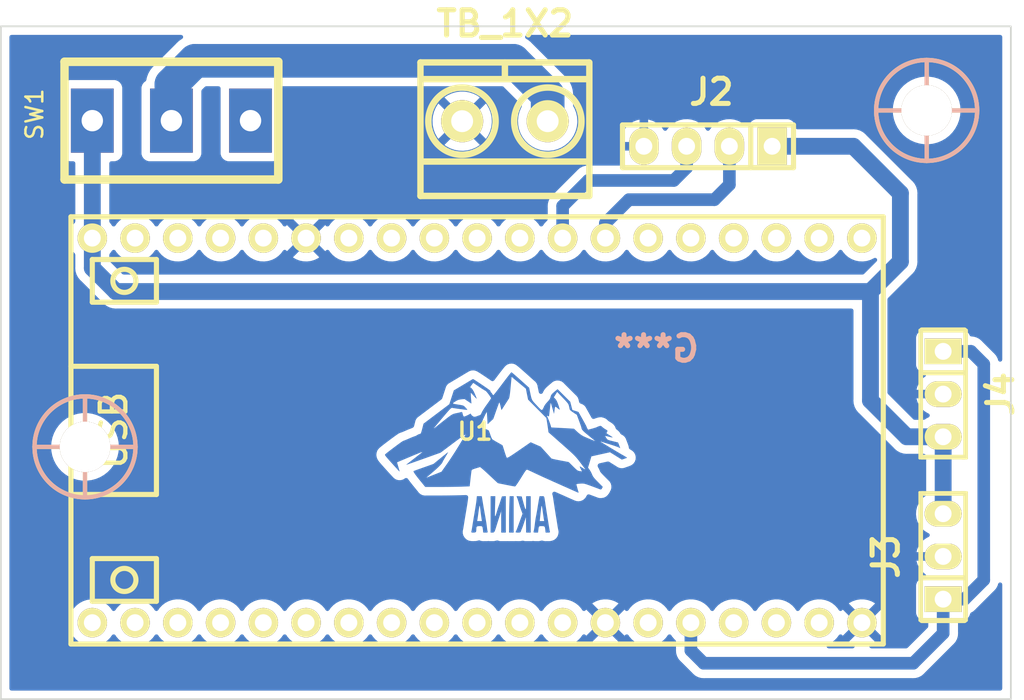
<source format=kicad_pcb>
(kicad_pcb (version 20211014) (generator pcbnew)
  (layers (0 "F.Cu" signal) (31 "B.Cu" signal) (34 "B.Paste" user) (35 "F.Paste" user) (36 "B.SilkS" user "B.Silkscreen") (37 "F.SilkS" user "F.Silkscreen") (38 "B.Mask" user) (39 "F.Mask" user) (44 "Edge.Cuts" user))
  (net 0 "")
  (net 1 "+BATT")
  (net 2 "GND")
  (net 3 "VCC")
  (net 4 "/TRIGGER")
  (net 5 "/ECHO")
  (net 6 "/pin_IR")
  (footprint "EESTN5:hole_3mm" (layer "F.Cu") (at 170 50)
    (fp_text reference "H2" hide)
    (fp_text value "Mounting_Hole" hide)
    (fp_line (start -3 0) (end 3 0) (layer "B.SilkS") (width 0.254))
    (fp_line (start 0 -3) (end 0 3) (layer "B.SilkS") (width 0.254))
    (fp_circle (center 0 0) (end 3 0) (layer "B.SilkS") (width 0.254) (fill none))
    (fp_line (start -3 0) (end 3 0) (layer "F.SilkS") (width 0.254))
    (fp_line (start 0 -3) (end 0 3) (layer "F.SilkS") (width 0.254))
    (fp_circle (center 0 0) (end 3 0) (layer "F.SilkS") (width 0.254) (fill none))
    (pad "1" thru_hole circle locked (at 0 0) (size 3 3) (drill 3) (layers *.Cu "F.SilkS"))
  )
  (footprint "EESTN5:SW_SPDT_TH_Vertical" (layer "F.Cu") (at 175.133 30.607 90)
    (fp_text reference "SW1" (at 0.381 -8.128 90) (layer "F.SilkS"))
    (fp_text value "SW_SPDT" hide)
    (fp_line (start -3.5 6.35) (end 3.5 6.35) (layer "F.SilkS") (width 0.508))
    (fp_line (start 3.5 -6.35) (end -3.5 -6.35) (layer "F.SilkS") (width 0.5))
    (fp_line (start 3.5 -6.35) (end 3.5 6.35) (layer "F.SilkS") (width 0.508))
    (fp_line (start -3.5 -6.35) (end -3.5 6.35) (layer "F.SilkS") (width 0.5))
    (pad "1" thru_hole rect locked (at 0 -4.7 90) (size 3.81 2.54) (drill 1.27) (layers *.Cu *.Mask) (net 3 "VCC"))
    (pad "2" thru_hole rect locked (at 0 0 90) (size 3.81 2.54) (drill 1.27) (layers *.Cu *.Mask) (net 1 "+BATT"))
    (pad "3" thru_hole rect locked (at 0 4.7 90) (size 3.81 2.54) (drill 1.27) (layers *.Cu *.Mask))
  )
  (footprint "EESTN5:BORNERA2_AZUL" (layer "F.Cu") (at 194.945 30.63875 180)
    (fp_text reference "J1" hide)
    (fp_text value "TB_1X2" (at 0 5.8) (layer "F.SilkS") (effects (font (size 1.5 1.5) (thickness 0.3))))
    (fp_line (start 0 2.54) (end 0 3.4845) (layer "F.SilkS") (width 0.381))
    (fp_line (start -5 -2.4) (end 5 -2.4) (layer "F.SilkS") (width 0.381))
    (fp_line (start -4.9835 3.4925) (end 5.0165 3.4925) (layer "F.SilkS") (width 0.381))
    (fp_line (start 5.0165 3.4925) (end 5.0165 -4.445) (layer "F.SilkS") (width 0.381))
    (fp_line (start -5.0165 -4.445) (end -5.0165 3.4925) (layer "F.SilkS") (width 0.381))
    (fp_line (start 5.0165 -4.445) (end -4.9835 -4.445) (layer "F.SilkS") (width 0.381))
    (fp_line (start -5 2.5) (end 5 2.5) (layer "F.SilkS") (width 0.381))
    (fp_circle (center 2.55 0) (end 0.55 0) (layer "F.SilkS") (width 0.381) (fill none))
    (fp_circle (center -2.55 0) (end -0.55 0) (layer "F.SilkS") (width 0.381) (fill none))
    (pad "1" thru_hole circle locked (at -2.54 0 180) (size 2.5 2.5) (drill 1.3) (layers *.Cu *.Mask "F.SilkS") (net 1 "+BATT"))
    (pad "2" thru_hole circle locked (at 2.54 0 180) (size 2.5 2.5) (drill 1.3) (layers *.Cu *.Mask "F.SilkS") (net 2 "GND"))
  )
  (footprint "EESTN5:pin_strip_4" (layer "F.Cu") (at 207.01 32.131 180)
    (fp_text reference "J2" (at -0.2032 3.2258) (layer "F.SilkS") (effects (font (size 1.5 1.5) (thickness 0.3))))
    (fp_text value "Conn_01x04" hide)
    (fp_line (start -5.08 -1.27) (end 5.08 -1.27) (layer "F.SilkS") (width 0.3048))
    (fp_line (start 5.08 1.27) (end -5.08 1.27) (layer "F.SilkS") (width 0.3048))
    (fp_line (start -2.54 -1.27) (end -2.54 1.27) (layer "F.SilkS") (width 0.3048))
    (fp_line (start 5.08 -1.27) (end 5.08 1.27) (layer "F.SilkS") (width 0.3048))
    (fp_line (start -5.08 1.27) (end -5.08 -1.27) (layer "F.SilkS") (width 0.3048))
    (pad "1" thru_hole rect locked (at -3.81 0 180) (size 1.75 2.2) (drill 1.00076) (layers *.Cu *.Mask "F.SilkS") (net 3 "VCC"))
    (pad "2" thru_hole oval locked (at -1.27 0 180) (size 1.75 2.2) (drill 1.00076) (layers *.Cu *.Mask "F.SilkS") (net 4 "/TRIGGER"))
    (pad "3" thru_hole oval locked (at 1.27 0 180) (size 1.75 2.2) (drill 1.00076) (layers *.Cu *.Mask "F.SilkS") (net 5 "/ECHO"))
    (pad "4" thru_hole oval locked (at 3.81 0 180) (size 1.75 2.2) (drill 1.00076) (layers *.Cu *.Mask "F.SilkS") (net 2 "GND"))
  )
  (footprint "EESTN5:Pin_Header_3" (layer "F.Cu") (at 220.98 46.863 -90)
    (fp_text reference "J4" (at 0 -3.4 90) (layer "F.SilkS") (effects (font (size 1.5 1.5) (thickness 0.3))))
    (fp_text value "Conn_01x03" hide)
    (fp_line (start 3.81 -1.27) (end 3.81 1.27) (layer "F.SilkS") (width 0.15))
    (fp_line (start 3.81 -1.27) (end -3.81 -1.27) (layer "F.SilkS") (width 0.15))
    (fp_line (start -1.27 -1.27) (end -1.27 1.27) (layer "F.SilkS") (width 0.3048))
    (fp_line (start 3.81 1.27) (end -3.81 1.27) (layer "F.SilkS") (width 0.15))
    (fp_line (start -3.81 -1.397) (end 3.81 -1.397) (layer "F.SilkS") (width 0.15))
    (fp_line (start 3.81 1.016) (end 3.81 1.397) (layer "F.SilkS") (width 0.15))
    (fp_line (start 3.81 1.397) (end -3.81 1.397) (layer "F.SilkS") (width 0.15))
    (fp_line (start 3.683 1.27) (end 3.683 -1.27) (layer "F.SilkS") (width 0.15))
    (fp_line (start -3.81 1.27) (end -3.81 -1.27) (layer "F.SilkS") (width 0.3048))
    (fp_line (start 3.81 -1.397) (end 3.81 -1.143) (layer "F.SilkS") (width 0.15))
    (pad "1" thru_hole rect locked (at -2.54 0 270) (size 1.524 2.19964) (drill 1.00076) (layers *.Cu *.Mask "F.SilkS") (net 6 "/pin_IR"))
    (pad "2" thru_hole oval locked (at 0 0 270) (size 1.524 2.19964) (drill 1.00076) (layers *.Cu *.Mask "F.SilkS") (net 2 "GND"))
    (pad "3" thru_hole oval locked (at 2.54 0 270) (size 1.524 2.19964) (drill 1.00076) (layers *.Cu *.Mask "F.SilkS") (net 3 "VCC"))
  )
  (footprint "EESTN5:hole_3mm" (layer "F.Cu") (at 220 30)
    (fp_text reference "H1" hide)
    (fp_text value "Mounting_Hole" hide)
    (fp_line (start 0 -3) (end 0 3) (layer "B.SilkS") (width 0.254))
    (fp_line (start -3 0) (end 3 0) (layer "B.SilkS") (width 0.254))
    (fp_circle (center 0 0) (end 3 0) (layer "B.SilkS") (width 0.254) (fill none))
    (fp_line (start 0 -3) (end 0 3) (layer "F.SilkS") (width 0.254))
    (fp_line (start -3 0) (end 3 0) (layer "F.SilkS") (width 0.254))
    (fp_circle (center 0 0) (end 3 0) (layer "F.SilkS") (width 0.254) (fill none))
    (pad "1" thru_hole circle locked (at 0 0) (size 3 3) (drill 3) (layers *.Cu "F.SilkS"))
  )
  (footprint "EESTN5:ESP32S" (layer "F.Cu") (at 193.294 49.022 180)
    (fp_text reference "U1" (at 0.127 -0.0635) (layer "F.SilkS") (effects (font (size 1.016 1.016) (thickness 0.2032))))
    (fp_text value "nodemcu_ESP32-s" hide)
    (fp_text user "USB" (at 21.59 0 90) (layer "F.SilkS") (effects (font (size 1.524 1.524) (thickness 0.254))))
    (fp_line (start 19.05 10.16) (end 19.05 7.62) (layer "F.SilkS") (width 0.3048))
    (fp_line (start 22.86 7.62) (end 22.86 10.16) (layer "F.SilkS") (width 0.3048))
    (fp_line (start 19.05 7.62) (end 22.86 7.62) (layer "F.SilkS") (width 0.3048))
    (fp_line (start 24.13 12.7) (end 24.13 -12.7) (layer "F.SilkS") (width 0.3048))
    (fp_line (start 22.86 -7.62) (end 22.86 -10.16) (layer "F.SilkS") (width 0.3048))
    (fp_line (start 19.05 -3.81) (end 19.05 3.81) (layer "F.SilkS") (width 0.3048))
    (fp_line (start -24.13 -12.7) (end -24.13 12.7) (layer "F.SilkS") (width 0.3048))
    (fp_line (start 19.05 3.81) (end 24.13 3.81) (layer "F.SilkS") (width 0.3048))
    (fp_line (start 22.86 10.16) (end 19.05 10.16) (layer "F.SilkS") (width 0.3048))
    (fp_line (start -24.13 -12.7) (end 24.13 -12.7) (layer "F.SilkS") (width 0.3048))
    (fp_line (start 19.05 -10.16) (end 19.05 -7.62) (layer "F.SilkS") (width 0.3048))
    (fp_line (start 19.05 -7.62) (end 22.86 -7.62) (layer "F.SilkS") (width 0.3048))
    (fp_line (start 22.86 -10.16) (end 19.05 -10.16) (layer "F.SilkS") (width 0.3048))
    (fp_line (start 24.13 -3.81) (end 19.05 -3.81) (layer "F.SilkS") (width 0.3048))
    (fp_line (start 24.13 12.7) (end -24.13 12.7) (layer "F.SilkS") (width 0.3048))
    (fp_circle (center 20.955 8.89) (end 21.5265 9.271) (layer "F.SilkS") (width 0.3048) (fill none))
    (fp_circle (center 20.955 -8.89) (end 21.5265 -8.509) (layer "F.SilkS") (width 0.3048) (fill none))
    (pad "1" thru_hole circle (at -22.86 11.43 180) (size 1.75 1.75) (drill 1) (layers *.Cu *.Mask "F.SilkS"))
    (pad "2" thru_hole circle (at -20.32 11.43 180) (size 1.75 1.75) (drill 1) (layers *.Cu *.Mask "F.SilkS"))
    (pad "3" thru_hole circle (at -17.78 11.43 180) (size 1.75 1.75) (drill 1) (layers *.Cu *.Mask "F.SilkS"))
    (pad "4" thru_hole circle (at -15.24 11.43 180) (size 1.75 1.75) (drill 1) (layers *.Cu *.Mask "F.SilkS"))
    (pad "5" thru_hole circle (at -12.7 11.43 180) (size 1.75 1.75) (drill 1) (layers *.Cu *.Mask "F.SilkS"))
    (pad "6" thru_hole circle (at -10.16 11.43 180) (size 1.75 1.75) (drill 1) (layers *.Cu *.Mask "F.SilkS"))
    (pad "7" thru_hole circle (at -7.62 11.43 180) (size 1.75 1.75) (drill 1) (layers *.Cu *.Mask "F.SilkS") (net 4 "/TRIGGER"))
    (pad "8" thru_hole circle (at -5.08 11.43 180) (size 1.75 1.75) (drill 1) (layers *.Cu *.Mask "F.SilkS") (net 5 "/ECHO"))
    (pad "9" thru_hole circle (at -2.54 11.43 180) (size 1.75 1.75) (drill 1) (layers *.Cu *.Mask "F.SilkS"))
    (pad "10" thru_hole circle (at 0 11.43 180) (size 1.75 1.75) (drill 1) (layers *.Cu *.Mask "F.SilkS"))
    (pad "11" thru_hole circle (at 2.54 11.43 180) (size 1.75 1.75) (drill 1) (layers *.Cu *.Mask "F.SilkS"))
    (pad "12" thru_hole circle (at 5.08 11.43 180) (size 1.75 1.75) (drill 1) (layers *.Cu *.Mask "F.SilkS"))
    (pad "13" thru_hole circle (at 7.62 11.43 180) (size 1.75 1.75) (drill 1) (layers *.Cu *.Mask "F.SilkS"))
    (pad "14" thru_hole circle (at 10.16 11.43 180) (size 1.75 1.75) (drill 1) (layers *.Cu *.Mask "F.SilkS") (net 2 "GND"))
    (pad "15" thru_hole circle (at 12.7 11.43 180) (size 1.75 1.75) (drill 1) (layers *.Cu *.Mask "F.SilkS"))
    (pad "16" thru_hole circle (at 15.24 11.43 180) (size 1.75 1.75) (drill 1) (layers *.Cu *.Mask "F.SilkS"))
    (pad "17" thru_hole circle (at 17.78 11.43 180) (size 1.75 1.75) (drill 1) (layers *.Cu *.Mask "F.SilkS"))
    (pad "18" thru_hole circle (at 20.32 11.43 180) (size 1.75 1.75) (drill 1) (layers *.Cu *.Mask "F.SilkS"))
    (pad "19" thru_hole circle (at 22.86 11.43 180) (size 1.75 1.75) (drill 1) (layers *.Cu *.Mask "F.SilkS") (net 3 "VCC"))
    (pad "20" thru_hole circle (at 22.86 -11.43) (size 1.75 1.75) (drill 1) (layers *.Cu *.Mask "F.SilkS"))
    (pad "21" thru_hole circle (at 20.32 -11.43) (size 1.75 1.75) (drill 1) (layers *.Cu *.Mask "F.SilkS"))
    (pad "22" thru_hole circle (at 17.78 -11.43) (size 1.75 1.75) (drill 1) (layers *.Cu *.Mask "F.SilkS"))
    (pad "23" thru_hole circle (at 15.24 -11.43) (size 1.75 1.75) (drill 1) (layers *.Cu *.Mask "F.SilkS"))
    (pad "24" thru_hole circle (at 12.7 -11.43) (size 1.75 1.75) (drill 1) (layers *.Cu *.Mask "F.SilkS"))
    (pad "25" thru_hole circle (at 10.16 -11.43) (size 1.75 1.75) (drill 1) (layers *.Cu *.Mask "F.SilkS"))
    (pad "26" thru_hole circle (at 7.62 -11.43) (size 1.75 1.75) (drill 1) (layers *.Cu *.Mask "F.SilkS"))
    (pad "27" thru_hole circle (at 5.08 -11.43) (size 1.75 1.75) (drill 1) (layers *.Cu *.Mask "F.SilkS"))
    (pad "28" thru_hole circle (at 2.54 -11.43) (size 1.75 1.75) (drill 1) (layers *.Cu *.Mask "F.SilkS"))
    (pad "29" thru_hole circle (at 0 -11.43) (size 1.75 1.75) (drill 1) (layers *.Cu *.Mask "F.SilkS"))
    (pad "30" thru_hole circle (at -2.54 -11.43) (size 1.75 1.75) (drill 1) (layers *.Cu *.Mask "F.SilkS"))
    (pad "31" thru_hole circle (at -5.08 -11.43) (size 1.75 1.75) (drill 1) (layers *.Cu *.Mask "F.SilkS"))
    (pad "32" thru_hole circle (at -7.62 -11.43) (size 1.75 1.75) (drill 1) (layers *.Cu *.Mask "F.SilkS") (net 2 "GND"))
    (pad "33" thru_hole circle (at -10.16 -11.43) (size 1.75 1.75) (drill 1) (layers *.Cu *.Mask "F.SilkS"))
    (pad "34" thru_hole circle (at -12.7 -11.43) (size 1.75 1.75) (drill 1) (layers *.Cu *.Mask "F.SilkS") (net 6 "/pin_IR"))
    (pad "35" thru_hole circle (at -15.24 -11.43) (size 1.75 1.75) (drill 1) (layers *.Cu *.Mask "F.SilkS"))
    (pad "36" thru_hole circle (at -17.78 -11.43) (size 1.75 1.75) (drill 1) (layers *.Cu *.Mask "F.SilkS"))
    (pad "37" thru_hole circle (at -20.32 -11.43) (size 1.75 1.75) (drill 1) (layers *.Cu *.Mask "F.SilkS"))
    (pad "38" thru_hole circle (at -22.86 -11.43) (size 1.75 1.75) (drill 1) (layers *.Cu *.Mask "F.SilkS") (net 2 "GND"))
  )
  (footprint "EESTN5:Pin_Header_3" (layer "F.Cu") (at 220.98 56.515 90)
    (fp_text reference "J3" (at 0 -3.4 90) (layer "F.SilkS") (effects (font (size 1.5 1.5) (thickness 0.3))))
    (fp_text value "Conn_01x03" hide)
    (fp_line (start -3.81 -1.397) (end 3.81 -1.397) (layer "F.SilkS") (width 0.15))
    (fp_line (start 3.81 1.016) (end 3.81 1.397) (layer "F.SilkS") (width 0.15))
    (fp_line (start 3.81 -1.27) (end -3.81 -1.27) (layer "F.SilkS") (width 0.15))
    (fp_line (start 3.81 -1.27) (end 3.81 1.27) (layer "F.SilkS") (width 0.15))
    (fp_line (start 3.81 1.397) (end -3.81 1.397) (layer "F.SilkS") (width 0.15))
    (fp_line (start 3.81 1.27) (end -3.81 1.27) (layer "F.SilkS") (width 0.15))
    (fp_line (start -3.81 1.27) (end -3.81 -1.27) (layer "F.SilkS") (width 0.3048))
    (fp_line (start -1.27 -1.27) (end -1.27 1.27) (layer "F.SilkS") (width 0.3048))
    (fp_line (start 3.81 -1.397) (end 3.81 -1.143) (layer "F.SilkS") (width 0.15))
    (fp_line (start 3.683 1.27) (end 3.683 -1.27) (layer "F.SilkS") (width 0.15))
    (pad "1" thru_hole rect locked (at -2.54 0 90) (size 1.524 2.19964) (drill 1.00076) (layers *.Cu *.Mask "F.SilkS") (net 6 "/pin_IR"))
    (pad "2" thru_hole oval locked (at 0 0 90) (size 1.524 2.19964) (drill 1.00076) (layers *.Cu *.Mask "F.SilkS") (net 2 "GND"))
    (pad "3" thru_hole oval locked (at 2.54 0 90) (size 1.524 2.19964) (drill 1.00076) (layers *.Cu *.Mask "F.SilkS") (net 3 "VCC"))
  )
  (footprint "akina:akina" (layer "B.Cu") (at 194.945 50.165 180)
    (fp_text reference "G***" (at -9 6) (layer "B.SilkS") (effects (font (size 1.524 1.524) (thickness 0.3)) (justify mirror)))
    (fp_text value "LOGO" hide)
    (fp_poly (pts (xy -0.744447 -2.909961) (xy -0.785443 -3.027602) (xy -0.824362 -3.156227) (xy -0.837502 -3.205825) (xy -0.865538 -3.304596) (xy -0.906094 -3.430329) (xy -0.951372 -3.559088) (xy -0.961027 -3.585007) (xy -1.047172 -3.813487) (xy -0.964371 -4.03711) (xy -0.917975 -4.163481) (xy -0.862175 -4.317038) (xy -0.805848 -4.473304) (xy -0.778965 -4.548436) (xy -0.735559 -4.666832) (xy -0.696786 -4.766571) (xy -0.667332 -4.83596) (xy -0.653282 -4.862168) (xy -0.632078 -4.898951) (xy -0.65198 -4.920849) (xy -0.718108 -4.93071) (xy -0.778782 -4.932039) (xy -0.864759 -4.930334) (xy -0.912588 -4.918943) (xy -0.938921 -4.888447) (xy -0.960408 -4.829429) (xy -0.960454 -4.829288) (xy -0.986333 -4.756124) (xy -1.00848 -4.705133) (xy -1.012017 -4.699137) (xy -1.027228 -4.663822) (xy -1.055357 -4.587304) (xy -1.09251 -4.480539) (xy -1.134794 -4.354483) (xy -1.138597 -4.342934) (xy -1.24671 -4.014131) (xy -1.254223 -4.473085) (xy -1.261735 -4.932039) (xy -1.534412 -4.932039) (xy -1.534412 -2.767421) (xy -1.26041 -2.767421) (xy -1.258674 -3.198975) (xy -1.257275 -3.348614) (xy -1.25351 -3.457678) (xy -1.245976 -3.524596) (xy -1.233274 -3.547797) (xy -1.214003 -3.525711) (xy -1.186761 -3.456766) (xy -1.150149 -3.339392) (xy -1.102765 -3.172018) (xy -1.044865 -2.959223) (xy -0.996843 -2.781122) (xy -0.842807 -2.77296) (xy -0.688772 -2.764799)) (layer "B.Cu") (width 0) (fill solid))
    (fp_poly (pts (xy -0.264699 -3.240075) (xy -0.259029 -3.420823) (xy -0.254087 -3.638037) (xy -0.25018 -3.873384) (xy -0.247611 -4.10853) (xy -0.246686 -4.322384) (xy -0.246602 -4.932039) (xy -0.520604 -4.932039) (xy -0.520604 -2.767421) (xy -0.282628 -2.767421)) (layer "B.Cu") (width 0) (fill solid))
    (fp_poly (pts (xy -2.193438 -2.767421) (xy -2.058902 -2.767421) (xy -2.030573 -2.911273) (xy -2.015251 -2.994705) (xy -1.994356 -3.116143) (xy -1.970613 -3.259423) (xy -1.946747 -3.408384) (xy -1.946284 -3.411327) (xy -1.921023 -3.566656) (xy -1.894153 -3.722817) (xy -1.868965 -3.86117) (xy -1.849549 -3.959331) (xy -1.827149 -4.079237) (xy -1.804059 -4.226446) (xy -1.784473 -4.373677) (xy -1.780513 -4.408226) (xy -1.764919 -4.536615) (xy -1.747607 -4.658136) (xy -1.731508 -4.752833) (xy -1.726204 -4.778129) (xy -1.709837 -4.852868) (xy -1.70036 -4.903574) (xy -1.699484 -4.911488) (xy -1.723706 -4.92328) (xy -1.786297 -4.930713) (xy -1.833843 -4.932039) (xy -1.968873 -4.932039) (xy -1.986531 -4.774487) (xy -1.999782 -4.664068) (xy -2.015563 -4.597115) (xy -2.043567 -4.562767) (xy -2.093485 -4.550159) (xy -2.175011 -4.548428) (xy -2.188226 -4.548436) (xy -2.277703 -4.550475) (xy -2.333989 -4.563726) (xy -2.366777 -4.598888) (xy -2.385759 -4.666662) (xy -2.40063 -4.777746) (xy -2.401326 -4.783669) (xy -2.418764 -4.932039) (xy -2.553839 -4.932039) (xy -2.634002 -4.929401) (xy -2.671101 -4.918403) (xy -2.676748 -4.894413) (xy -2.674074 -4.884088) (xy -2.663507 -4.837017) (xy -2.647467 -4.750511) (xy -2.628616 -4.639326) (xy -2.618458 -4.575836) (xy -2.594125 -4.422186) (xy -2.566649 -4.251253) (xy -2.565961 -4.247033) (xy -2.335869 -4.247033) (xy -2.067504 -4.247033) (xy -2.100928 -3.938781) (xy -2.123003 -3.736439) (xy -2.140269 -3.582861) (xy -2.153661 -3.472313) (xy -2.164111 -3.39906) (xy -2.172555 -3.357367) (xy -2.179927 -3.3415) (xy -2.187159 -3.345725) (xy -2.194711 -3.363011) (xy -2.206574 -3.412234) (xy -2.222789 -3.502687) (xy -2.241162 -3.621191) (xy -2.258392 -3.745989) (xy -2.276684 -3.882664) (xy -2.294304 -4.007453) (xy -2.309125 -4.105685) (xy -2.318284 -4.15911) (xy -2.335869 -4.247033) (xy -2.565961 -4.247033) (xy -2.541256 -4.0955) (xy -2.536871 -4.068932) (xy -2.501739 -3.852626) (xy -2.461894 -3.600479) (xy -2.420217 -3.330918) (xy -2.382606 -3.082524) (xy -2.362496 -2.947967) (xy -2.346466 -2.858309) (xy -2.329073 -2.804483) (xy -2.304872 -2.77742) (xy -2.268419 -2.768054) (xy -2.214272 -2.767316)) (layer "B.Cu") (width 0) (fill solid))
    (fp_poly (pts (xy 0.060836 -2.772696) (xy 0.176473 -2.781122) (xy 0.256418 -3.027724) (xy 0.29411 -3.142092) (xy 0.327973 -3.241464) (xy 0.352847 -3.31084) (xy 0.360098 -3.329126) (xy 0.37893 -3.380378) (xy 0.407778 -3.467606) (xy 0.441196 -3.574212) (xy 0.449984 -3.603128) (xy 0.496664 -3.756703) (xy 0.53266 -3.868911) (xy 0.559148 -3.93803) (xy 0.577306 -3.962337) (xy 0.588313 -3.940108) (xy 0.593345 -3.86962) (xy 0.593581 -3.749152) (xy 0.590198 -3.57698) (xy 0.585773 -3.404477) (xy 0.568984 -2.767421) (xy 0.849406 -2.767421) (xy 0.849406 -4.932039) (xy 0.742072 -4.932039) (xy 0.695383 -4.930131) (xy 0.659351 -4.919296) (xy 0.629381 -4.891867) (xy 0.600878 -4.840174) (xy 0.569245 -4.756551) (xy 0.52989 -4.63333) (xy 0.495776 -4.521035) (xy 0.465891 -4.423678) (xy 0.424724 -4.291769) (xy 0.377797 -4.142913) (xy 0.332463 -4.000431) (xy 0.222914 -3.657929) (xy 0.221057 -4.294984) (xy 0.219201 -4.932039) (xy -0.054801 -4.932039) (xy -0.054801 -3.630528) (xy 0.191801 -3.630528) (xy 0.205501 -3.644228) (xy 0.219201 -3.630528) (xy 0.205501 -3.616828) (xy 0.191801 -3.630528) (xy -0.054801 -3.630528) (xy -0.054801 -2.764271)) (layer "B.Cu") (width 0) (fill solid))
    (fp_poly (pts (xy -0.364952 4.582102) (xy -0.31475 4.52222) (xy -0.240204 4.428876) (xy -0.145456 4.307353) (xy -0.034648 4.162935) (xy 0.088081 4.000906) (xy 0.150156 3.918231) (xy 0.277146 3.749611) (xy 0.39421 3.59606) (xy 0.497206 3.462862) (xy 0.581995 3.355301) (xy 0.644433 3.27866) (xy 0.680381 3.238224) (xy 0.687017 3.233226) (xy 0.714593 3.255121) (xy 0.749854 3.308527) (xy 0.753506 3.315426) (xy 0.789477 3.3712) (xy 0.820383 3.397352) (xy 0.82271 3.397627) (xy 0.846089 3.419962) (xy 0.849406 3.440685) (xy 0.867637 3.496683) (xy 0.884379 3.518714) (xy 0.922024 3.549269) (xy 0.994509 3.602226) (xy 1.093841 3.672205) (xy 1.212026 3.753826) (xy 1.34107 3.841711) (xy 1.47298 3.930479) (xy 1.599763 4.01475) (xy 1.713425 4.089146) (xy 1.805973 4.148286) (xy 1.869413 4.186791) (xy 1.895668 4.199313) (xy 1.926575 4.183086) (xy 1.99328 4.144572) (xy 2.084873 4.090149) (xy 2.157078 4.046533) (xy 2.279296 3.972638) (xy 2.428816 3.882831) (xy 2.585738 3.789038) (xy 2.715774 3.711711) (xy 3.034029 3.523048) (xy 3.302321 2.700096) (xy 4.068317 2.121795) (xy 4.834313 1.543495) (xy 4.903726 1.271796) (xy 4.940691 1.131082) (xy 4.969474 1.035307) (xy 4.994138 0.975996) (xy 5.018746 0.944671) (xy 5.047363 0.932859) (xy 5.066833 0.931608) (xy 5.119138 0.916833) (xy 5.191044 0.8798) (xy 5.217134 0.863107) (xy 5.28691 0.821071) (xy 5.342206 0.796898) (xy 5.355055 0.794607) (xy 5.393264 0.784004) (xy 5.470326 0.755106) (xy 5.575198 0.712273) (xy 5.696834 0.659866) (xy 5.701953 0.657605) (xy 5.823599 0.604961) (xy 5.928462 0.561685) (xy 6.00566 0.532126) (xy 6.044311 0.520627) (xy 6.044973 0.520604) (xy 6.073846 0.504764) (xy 6.138584 0.460968) (xy 6.231715 0.394803) (xy 6.345769 0.311854) (xy 6.473273 0.21771) (xy 6.606757 0.117957) (xy 6.73875 0.018181) (xy 6.861781 -0.076031) (xy 6.968378 -0.159093) (xy 7.05107 -0.225417) (xy 7.102387 -0.269418) (xy 7.10572 -0.272582) (xy 7.119936 -0.28928) (xy 7.12481 -0.308803) (xy 7.116547 -0.336375) (xy 7.091348 -0.377219) (xy 7.045417 -0.436558) (xy 6.974957 -0.519616) (xy 6.876171 -0.631615) (xy 6.745262 -0.77778) (xy 6.709802 -0.817234) (xy 6.586057 -0.95428) (xy 6.474909 -1.076234) (xy 6.381407 -1.177648) (xy 6.3106 -1.253078) (xy 6.267538 -1.297075) (xy 6.256514 -1.306208) (xy 6.260883 -1.278711) (xy 6.278371 -1.210142) (xy 6.305965 -1.1118) (xy 6.330503 -1.028562) (xy 6.363521 -0.916177) (xy 6.388684 -0.825856) (xy 6.402977 -0.768718) (xy 6.404824 -0.754353) (xy 6.376436 -0.741883) (xy 6.305738 -0.711706) (xy 6.200965 -0.667292) (xy 6.070353 -0.612109) (xy 5.922136 -0.549626) (xy 5.764549 -0.483312) (xy 5.605827 -0.416635) (xy 5.454205 -0.353064) (xy 5.317917 -0.296069) (xy 5.219741 -0.255159) (xy 5.09649 -0.205294) (xy 4.997456 -0.167891) (xy 4.930273 -0.145614) (xy 4.902578 -0.141126) (xy 4.904638 -0.145261) (xy 4.938046 -0.173062) (xy 5.007674 -0.228722) (xy 5.106369 -0.306602) (xy 5.226978 -0.401064) (xy 5.36235 -0.506471) (xy 5.397842 -0.534013) (xy 5.53425 -0.639904) (xy 5.656308 -0.734873) (xy 5.757243 -0.813631) (xy 5.83028 -0.870891) (xy 5.868646 -0.901364) (xy 5.872242 -0.904367) (xy 5.852329 -0.899797) (xy 5.786153 -0.878473) (xy 5.678999 -0.842226) (xy 5.536158 -0.792887) (xy 5.362916 -0.732289) (xy 5.164561 -0.662263) (xy 4.946382 -0.584641) (xy 4.858434 -0.553197) (xy 3.82233 -0.182254) (xy 3.057371 0.392208) (xy 2.848732 0.548269) (xy 2.680435 0.672654) (xy 2.54957 0.76734) (xy 2.453228 0.834305) (xy 2.388501 0.875526) (xy 2.35248 0.89298) (xy 2.342256 0.888643) (xy 2.348838 0.873788) (xy 2.378718 0.824536) (xy 2.432282 0.736181) (xy 2.504821 0.616491) (xy 2.591628 0.473234) (xy 2.687994 0.31418) (xy 2.753832 0.205502) (xy 2.875954 0.007591) (xy 3.01345 -0.209108) (xy 3.156036 -0.428784) (xy 3.293427 -0.635622) (xy 3.415339 -0.813809) (xy 3.434965 -0.84179) (xy 3.767529 -1.313677) (xy 4.192233 -1.481605) (xy 4.334855 -1.538253) (xy 4.4596 -1.588281) (xy 4.557556 -1.628076) (xy 4.619806 -1.654026) (xy 4.637486 -1.662091) (xy 4.662196 -1.67382) (xy 4.648517 -1.655168) (xy 4.595514 -1.60528) (xy 4.502252 -1.523299) (xy 4.367793 -1.408373) (xy 4.263214 -1.3201) (xy 4.104051 -1.181766) (xy 3.964323 -1.051579) (xy 3.849047 -0.934827) (xy 3.763236 -0.836799) (xy 3.711905 -0.762784) (xy 3.699029 -0.725052) (xy 3.685859 -0.698178) (xy 3.650033 -0.634007) (xy 3.597072 -0.542243) (xy 3.534627 -0.436175) (xy 3.470347 -0.327025) (xy 3.417843 -0.236173) (xy 3.382635 -0.173287) (xy 3.370226 -0.14815) (xy 3.390354 -0.161245) (xy 3.446583 -0.204209) (xy 3.532679 -0.272114) (xy 3.642411 -0.360029) (xy 3.769546 -0.463027) (xy 3.807792 -0.494207) (xy 4.245357 -0.851416) (xy 4.825215 -1.05653) (xy 4.993778 -1.116412) (xy 5.145094 -1.170655) (xy 5.27147 -1.21646) (xy 5.365214 -1.251032) (xy 5.418634 -1.271571) (xy 5.427687 -1.275621) (xy 5.429846 -1.304339) (xy 5.398083 -1.367954) (xy 5.331604 -1.467615) (xy 5.229619 -1.604472) (xy 5.091333 -1.779675) (xy 5.01753 -1.870746) (xy 4.733119 -2.219417) (xy 3.921521 -2.21934) (xy 3.682701 -2.218653) (xy 3.431882 -2.216759) (xy 3.18279 -2.213845) (xy 2.949148 -2.210095) (xy 2.744681 -2.205695) (xy 2.601627 -2.201497) (xy 2.09333 -2.183732) (xy 2.044051 -1.742621) (xy 2.02649 -1.588957) (xy 2.010003 -1.451103) (xy 1.995927 -1.339782) (xy 1.985601 -1.265716) (xy 1.981731 -1.243479) (xy 1.964546 -1.211753) (xy 1.922248 -1.182491) (xy 1.845435 -1.15091) (xy 1.724702 -1.112224) (xy 1.722286 -1.111498) (xy 1.47588 -1.037549) (xy 1.38427 -1.107424) (xy 1.337138 -1.146833) (xy 1.257583 -1.217182) (xy 1.153005 -1.311761) (xy 1.030802 -1.423863) (xy 0.898373 -1.546778) (xy 0.856099 -1.586312) (xy 0.419538 -1.995325) (xy -0.071083 -2.093775) (xy -0.230256 -2.125273) (xy -0.372491 -2.152586) (xy -0.488416 -2.173981) (xy -0.568656 -2.187725) (xy -0.60291 -2.192121) (xy -0.629874 -2.169348) (xy -0.680531 -2.104842) (xy -0.750979 -2.004215) (xy -0.837316 -1.87308) (xy -0.935643 -1.717051) (xy -0.955772 -1.684381) (xy -1.059449 -1.516492) (xy -1.139255 -1.390282) (xy -1.199296 -1.300311) (xy -1.24368 -1.241137) (xy -1.276514 -1.207319) (xy -1.301905 -1.193416) (xy -1.323959 -1.193988) (xy -1.325571 -1.194455) (xy -1.3705 -1.212441) (xy -1.453989 -1.249677) (xy -1.565396 -1.301284) (xy -1.694078 -1.362382) (xy -1.739914 -1.384469) (xy -1.847073 -1.435285) (xy -1.996209 -1.504526) (xy -2.17917 -1.58848) (xy -2.387802 -1.683437) (xy -2.613951 -1.785687) (xy -2.849464 -1.89152) (xy -3.086188 -1.997225) (xy -3.096225 -2.00169) (xy -3.321623 -2.101967) (xy -3.536686 -2.197654) (xy -3.735028 -2.285908) (xy -3.910266 -2.36389) (xy -4.056014 -2.428757) (xy -4.16589 -2.477669) (xy -4.233508 -2.507786) (xy -4.242204 -2.511662) (xy -4.323147 -2.546666) (xy -4.364711 -2.559508) (xy -4.377196 -2.551163) (xy -4.371303 -2.523871) (xy -4.348223 -2.447076) (xy -4.320724 -2.349801) (xy -4.29284 -2.247137) (xy -4.268605 -2.154178) (xy -4.252051 -2.086016) (xy -4.247034 -2.058883) (xy -4.272288 -2.046224) (xy -4.339545 -2.033633) (xy -4.436047 -2.023267) (xy -4.473086 -2.020644) (xy -4.554642 -2.016184) (xy -4.621998 -2.015814) (xy -4.68556 -2.021914) (xy -4.75573 -2.036866) (xy -4.842914 -2.06305) (xy -4.957515 -2.102849) (xy -5.109937 -2.158642) (xy -5.164941 -2.178984) (xy -5.317294 -2.235431) (xy -5.453984 -2.286216) (xy -5.565826 -2.327916) (xy -5.643635 -2.357105) (xy -5.676843 -2.369798) (xy -5.717758 -2.367688) (xy -5.757226 -2.320761) (xy -5.768537 -2.300088) (xy -5.814133 -2.211915) (xy -5.525335 -1.921114) (xy -5.403165 -1.79552) (xy -5.314615 -1.69732) (xy -5.25251 -1.617323) (xy -5.209672 -1.546338) (xy -5.180554 -1.479611) (xy -5.129588 -1.36558) (xy -5.06392 -1.247578) (xy -5.031828 -1.198891) (xy -5.01188 -1.170926) (xy -4.776097 -1.170926) (xy -4.766241 -1.174584) (xy -4.720189 -1.152297) (xy -4.647205 -1.108725) (xy -4.627804 -1.096326) (xy -4.544358 -1.044664) (xy -4.480287 -1.009257) (xy -4.447712 -0.996719) (xy -4.446252 -0.997258) (xy -4.451645 -1.025512) (xy -4.476963 -1.08745) (xy -4.508018 -1.152155) (xy -4.580885 -1.29595) (xy -4.448295 -1.277777) (xy -4.391353 -1.267466) (xy -4.341399 -1.249506) (xy -4.288985 -1.217211) (xy -4.224662 -1.163894) (xy -4.138981 -1.08287) (xy -4.053591 -0.998472) (xy -3.791476 -0.737341) (xy -3.288193 -0.643197) (xy -3.128566 -0.612435) (xy -2.987796 -0.583594) (xy -2.874658 -0.558611) (xy -2.797925 -0.539423) (xy -2.766381 -0.527978) (xy -2.74259 -0.501558) (xy -2.688442 -0.441735) (xy -2.610424 -0.35567) (xy -2.515029 -0.250524) (xy -2.436845 -0.164401) (xy -2.12584 0.178102) (xy -1.828404 0.308561) (xy -1.530968 0.439021) (xy -0.920195 0.016786) (xy -0.710661 -0.127622) (xy -0.541328 -0.243074) (xy -0.407677 -0.332286) (xy -0.305187 -0.397973) (xy -0.229339 -0.442852) (xy -0.175613 -0.469639) (xy -0.139488 -0.481048) (xy -0.116446 -0.479796) (xy -0.105534 -0.472696) (xy -0.088529 -0.438311) (xy -0.059742 -0.361949) (xy -0.02291 -0.254191) (xy 0.018235 -0.125619) (xy 0.026996 -0.097217) (xy 0.067085 0.032155) (xy 0.101629 0.140932) (xy 0.12744 0.219275) (xy 0.141329 0.257344) (xy 0.142528 0.25939) (xy 0.168206 0.274549) (xy 0.231822 0.310994) (xy 0.32356 0.363128) (xy 0.424703 0.420327) (xy 0.538317 0.485284) (xy 0.637193 0.543356) (xy 0.70974 0.587639) (xy 0.742236 0.609435) (xy 0.77008 0.650041) (xy 0.807125 0.728925) (xy 0.846967 0.831832) (xy 0.862345 0.876807) (xy 0.899444 0.98479) (xy 0.933132 1.074287) (xy 0.958017 1.131299) (xy 0.964476 1.142098) (xy 1.000861 1.164591) (xy 1.07615 1.196928) (xy 1.176679 1.23347) (xy 1.221586 1.248221) (xy 1.32702 1.284075) (xy 1.411403 1.317042) (xy 1.461743 1.341864) (xy 1.469631 1.348629) (xy 1.464264 1.381059) (xy 1.439293 1.45486) (xy 1.397971 1.561598) (xy 1.343553 1.69284) (xy 1.284213 1.829114) (xy 1.220142 1.969571) (xy 1.163634 2.086704) (xy 1.118217 2.173753) (xy 1.087415 2.223957) (xy 1.074765 2.23062) (xy 1.07024 2.183719) (xy 1.06353 2.094925) (xy 1.055547 1.977058) (xy 1.047364 1.845655) (xy 1.027508 1.512993) (xy 0.85899 1.667554) (xy 0.690473 1.822115) (xy 0.523021 2.297897) (xy 0.468694 2.451031) (xy 0.419601 2.587119) (xy 0.378979 2.697364) (xy 0.350067 2.772969) (xy 0.336425 2.804656) (xy 0.322629 2.793826) (xy 0.301308 2.739277) (xy 0.275956 2.650973) (xy 0.261255 2.590292) (xy 0.20523 2.344952) (xy 0.002933 2.658938) (xy -0.075445 2.780778) (xy -0.146422 2.891462) (xy -0.202993 2.980041) (xy -0.238151 3.035564) (xy -0.241763 3.041362) (xy -0.246453 3.054408) (xy 0.823119 3.054408) (xy 0.838208 3.023685) (xy 0.880572 2.957318) (xy 0.944648 2.863535) (xy 1.024876 2.750564) (xy 1.075458 2.68107) (xy 1.168663 2.549793) (xy 1.254021 2.421634) (xy 1.324059 2.308388) (xy 1.371304 2.221852) (xy 1.382531 2.196364) (xy 1.420484 2.110863) (xy 1.458442 2.064098) (xy 1.509102 2.041496) (xy 1.519532 2.039084) (xy 1.587537 2.019733) (xy 1.630312 1.999504) (xy 1.674068 1.980167) (xy 1.745165 1.961475) (xy 1.755781 1.959397) (xy 1.83036 1.953862) (xy 1.891238 1.976793) (xy 1.940806 2.014243) (xy 1.991309 2.064916) (xy 2.013502 2.104084) (xy 2.012372 2.112314) (xy 2.015947 2.133024) (xy 2.048791 2.135335) (xy 2.088584 2.119328) (xy 2.097486 2.112009) (xy 2.135064 2.08824) (xy 2.206475 2.051889) (xy 2.280941 2.017672) (xy 2.367028 1.980772) (xy 2.41674 1.965018) (xy 2.443831 1.969417) (xy 2.462056 1.992981) (xy 2.468142 2.004183) (xy 2.496857 2.076331) (xy 2.510799 2.13085) (xy 2.530698 2.207454) (xy 2.558359 2.238203) (xy 2.598942 2.233054) (xy 2.645269 2.219816) (xy 2.730034 2.199542) (xy 2.837913 2.175827) (xy 2.882725 2.166467) (xy 2.952084 2.152072) (xy 3.011031 2.137907) (xy 3.065287 2.120305) (xy 3.120574 2.095596) (xy 3.182612 2.060113) (xy 3.257123 2.010188) (xy 3.349826 1.942152) (xy 3.466444 1.852339) (xy 3.612697 1.737079) (xy 3.794306 1.592705) (xy 3.86343 1.537682) (xy 3.979862 1.445262) (xy 4.080362 1.365961) (xy 4.157532 1.305579) (xy 4.203976 1.269915) (xy 4.214144 1.262744) (xy 4.209949 1.27929) (xy 4.200444 1.296169) (xy 4.177599 1.325819) (xy 4.124124 1.391547) (xy 4.044793 1.487601) (xy 3.944379 1.60823) (xy 3.827654 1.747681) (xy 3.699391 1.900203) (xy 3.687845 1.913899) (xy 3.542 2.086333) (xy 3.426689 2.220955) (xy 3.33753 2.322195) (xy 3.270146 2.394482) (xy 3.220155 2.442243) (xy 3.183179 2.469908) (xy 3.154836 2.481905) (xy 3.130749 2.482663) (xy 3.126141 2.481873) (xy 3.050624 2.468636) (xy 2.943739 2.452045) (xy 2.816366 2.433547) (xy 2.679387 2.414587) (xy 2.543681 2.39661) (xy 2.42013 2.381063) (xy 2.319615 2.369392) (xy 2.253017 2.363041) (xy 2.231149 2.362954) (xy 2.242641 2.386744) (xy 2.282802 2.43862) (xy 2.336586 2.500257) (xy 2.389491 2.556766) (xy 2.434149 2.595097) (xy 2.484023 2.620981) (xy 2.552577 2.640146) (xy 2.653275 2.658324) (xy 2.740021 2.671965) (xy 2.896144 2.696264) (xy 3.002706 2.715052) (xy 3.064142 2.732178) (xy 3.084885 2.751491) (xy 3.06937 2.776841) (xy 3.022031 2.812076) (xy 2.953306 2.857107) (xy 2.847094 2.921371) (xy 2.756869 2.959481) (xy 2.65685 2.980758) (xy 2.589823 2.988518) (xy 2.398524 3.007128) (xy 2.200607 2.873575) (xy 2.110898 2.813699) (xy 2.040134 2.767709) (xy 1.999205 2.74263) (xy 1.993542 2.740022) (xy 1.991619 2.765006) (xy 1.994983 2.830959) (xy 2.002901 2.92438) (xy 2.004311 2.938673) (xy 2.014658 3.059169) (xy 2.022 3.177514) (xy 2.024619 3.260626) (xy 2.02501 3.383927) (xy 1.848211 3.193395) (xy 1.772552 3.113499) (xy 1.713063 3.0538) (xy 1.677716 3.022127) (xy 1.671413 3.019813) (xy 1.681169 3.050757) (xy 1.707505 3.120854) (xy 1.746019 3.218631) (xy 1.778249 3.298333) (xy 1.847928 3.449854) (xy 1.91948 3.571252) (xy 1.987948 3.655551) (xy 2.048372 3.695775) (xy 2.062397 3.698164) (xy 2.058607 3.718298) (xy 2.027882 3.769969) (xy 1.982279 3.834583) (xy 1.881078 3.970137) (xy 1.545662 3.741138) (xy 1.423603 3.6594) (xy 1.314345 3.589195) (xy 1.227288 3.536342) (xy 1.171829 3.506661) (xy 1.160295 3.502519) (xy 1.126324 3.477537) (xy 1.072076 3.418834) (xy 1.006876 3.338807) (xy 0.940053 3.249851) (xy 0.880933 3.164362) (xy 0.838843 3.094736) (xy 0.823119 3.054408) (xy -0.246453 3.054408) (xy -0.260477 3.093422) (xy -0.28003 3.191701) (xy -0.300755 3.338479) (xy -0.322986 3.536038) (xy -0.340732 3.717651) (xy -0.397304 4.325503) (xy -0.822007 3.974116) (xy -1.24671 3.622728) (xy -1.278197 3.462227) (xy -1.302781 3.338237) (xy -1.330175 3.201974) (xy -1.343324 3.137325) (xy -1.376963 2.972924) (xy -1.92057 2.424919) (xy -2.464177 1.876915) (xy -2.505321 1.616613) (xy -2.526524 1.479333) (xy -2.547179 1.34031) (xy -2.563768 1.223373) (xy -2.567892 1.192616) (xy -2.589321 1.02892) (xy -3.383927 0.32745) (xy -3.589272 0.145841) (xy -3.758708 -0.005155) (xy -3.897636 -0.130939) (xy -4.011454 -0.236907) (xy -4.105562 -0.328459) (xy -4.18536 -0.410993) (xy -4.256247 -0.489908) (xy -4.323622 -0.570603) (xy -4.392886 -0.658475) (xy -4.466236 -0.754689) (xy -4.56168 -0.881321) (xy -4.646353 -0.994314) (xy -4.714374 -1.08577) (xy -4.759866 -1.147792) (xy -4.776097 -1.170926) (xy -5.01188 -1.170926) (xy -4.939085 -1.068872) (xy -5.039994 -0.734514) (xy -5.140904 -0.400156) (xy -5.691863 -0.277957) (xy -6.242821 -0.155759) (xy -6.594388 -0.375025) (xy -6.945955 -0.594292) (xy -7.103506 -0.541232) (xy -7.186354 -0.511958) (xy -7.243422 -0.489169) (xy -7.261058 -0.479047) (xy -7.23876 -0.462721) (xy -7.178434 -0.425654) (xy -7.089929 -0.373763) (xy -7.007606 -0.326768) (xy -6.911325 -0.271483) (xy -6.787964 -0.199287) (xy -6.644957 -0.114666) (xy -6.489741 -0.02211) (xy -6.329752 0.073893) (xy -6.172426 0.168855) (xy -6.025199 0.258288) (xy -5.895508 0.337704) (xy -5.790789 0.402613) (xy -5.718477 0.448529) (xy -5.686171 0.470817) (xy -5.68929 0.479628) (xy -5.73205 0.469906) (xy -5.740971 0.466965) (xy -5.794121 0.449764) (xy -5.88895 0.419925) (xy -6.014718 0.380793) (xy -6.160686 0.335715) (xy -6.266738 0.303147) (xy -6.41941 0.254966) (xy -6.558064 0.208597) (xy -6.672256 0.167733) (xy -6.751543 0.136068) (xy -6.780492 0.121478) (xy -6.828859 0.092897) (xy -6.850017 0.086556) (xy -6.850054 0.086893) (xy -6.840935 0.11616) (xy -6.817133 0.181713) (xy -6.786896 0.261296) (xy -6.723738 0.424704) (xy -6.410027 0.501105) (xy -6.355607 0.514599) (xy -5.356743 0.514599) (xy -5.3447 0.51466) (xy -5.29127 0.533047) (xy -5.205296 0.566168) (xy -5.095619 0.610434) (xy -4.971079 0.662254) (xy -4.840519 0.718038) (xy -4.712779 0.774195) (xy -4.669384 0.793722) (xy -4.53507 0.870513) (xy -4.38714 0.98256) (xy -4.303567 1.057077) (xy -4.104505 1.244862) (xy -3.511314 1.278409) (xy -3.330588 1.288464) (xy -3.163119 1.297469) (xy -3.018515 1.304933) (xy -2.90638 1.310364) (xy -2.836323 1.31327) (xy -2.824506 1.313584) (xy -2.766736 1.318511) (xy -2.745142 1.328545) (xy -2.746388 1.33071) (xy -2.742742 1.359968) (xy -2.722979 1.427829) (xy -2.691527 1.522093) (xy -2.652817 1.630563) (xy -2.61128 1.741037) (xy -2.571343 1.841318) (xy -2.537439 1.919205) (xy -2.52082 1.951894) (xy -2.496095 2.004175) (xy -2.507748 2.017237) (xy -2.550567 1.99896) (xy -2.59759 1.978698) (xy -2.615903 1.977446) (xy -2.621722 2.006429) (xy -2.632201 2.080024) (xy -2.646048 2.188367) (xy -2.66197 2.321596) (xy -2.668907 2.382086) (xy -2.685215 2.522539) (xy -2.699837 2.641997) (xy -2.711516 2.730671) (xy -2.718994 2.778768) (xy -2.720579 2.784513) (xy -2.730145 2.762455) (xy -2.751379 2.697266) (xy -2.781278 2.598611) (xy -2.816839 2.47616) (xy -2.822162 2.457443) (xy -2.91689 2.123517) (xy -2.939548 2.287918) (xy -2.957594 2.419714) (xy -2.972247 2.503303) (xy -2.989538 2.544463) (xy -3.015496 2.54897) (xy -3.056151 2.522602) (xy -3.117533 2.471137) (xy -3.124586 2.465215) (xy -3.193429 2.410765) (xy -3.242357 2.378152) (xy -3.260626 2.37435) (xy -3.252542 2.408713) (xy -3.23077 2.482718) (xy -3.199025 2.584042) (xy -3.175121 2.657753) (xy -3.115892 2.818932) (xy -3.057628 2.935468) (xy -2.998508 3.014024) (xy -2.9074 3.109925) (xy -3.005848 3.270473) (xy -3.104297 3.431021) (xy -3.440995 3.078671) (xy -3.562836 2.950336) (xy -3.652093 2.853203) (xy -3.714554 2.77935) (xy -3.756009 2.720859) (xy -3.782248 2.66981) (xy -3.79906 2.618283) (xy -3.808748 2.575621) (xy -3.828336 2.483483) (xy -3.845279 2.408746) (xy -3.852618 2.379636) (xy -3.880292 2.345006) (xy -3.943233 2.291281) (xy -4.029929 2.227918) (xy -4.069385 2.201534) (xy -4.273339 2.068717) (xy -4.403752 1.712514) (xy -4.451168 1.582409) (xy -4.491153 1.471565) (xy -4.520227 1.389712) (xy -4.534913 1.346578) (xy -4.535998 1.342611) (xy -4.547427 1.278472) (xy -4.56692 1.222424) (xy -4.600622 1.167175) (xy -4.654674 1.105434) (xy -4.73522 1.029909) (xy -4.848404 0.933308) (xy -4.954566 0.845782) (xy -5.077772 0.744802) (xy -5.187118 0.654988) (xy -5.275171 0.582459) (xy -5.334501 0.533334) (xy -5.356743 0.514599) (xy -6.355607 0.514599) (xy -6.276143 0.534303) (xy -6.184426 0.560264) (xy -6.123744 0.584481) (xy -6.082963 0.612442) (xy -6.05095 0.649639) (xy -6.022613 0.692155) (xy -5.981781 0.759214) (xy -5.958657 0.804237) (xy -5.956549 0.814442) (xy -5.984681 0.811693) (xy -6.052722 0.797643) (xy -6.147618 0.775067) (xy -6.178749 0.767206) (xy -6.279524 0.742987) (xy -6.357814 0.727095) (xy -6.400339 0.722131) (xy -6.404087 0.723109) (xy -6.388213 0.741582) (xy -6.336277 0.779889) (xy -6.259347 0.829899) (xy -6.255706 0.832151) (xy -6.169209 0.885782) (xy -6.098149 0.930252) (xy -6.059408 0.954965) (xy -6.037874 0.980946) (xy -6.05049 1.021105) (xy -6.06649 1.047006) (xy -6.094743 1.0977) (xy -6.089132 1.129092) (xy -6.06253 1.154385) (xy -6.001316 1.196809) (xy -5.940026 1.231421) (xy -5.870888 1.275706) (xy -5.795961 1.337126) (xy -5.783336 1.349099) (xy -5.727182 1.399053) (xy -5.682618 1.415371) (xy -5.623938 1.40457) (xy -5.597356 1.39625) (xy -5.523273 1.369127) (xy -5.470907 1.3442) (xy -5.464519 1.339856) (xy -5.426442 1.323) (xy -5.348798 1.297044) (xy -5.245141 1.266357) (xy -5.18776 1.250598) (xy -4.940226 1.184353) (xy -4.893884 1.262804) (xy -4.86357 1.320832) (xy -4.852206 1.356398) (xy -4.852434 1.357735) (xy -4.841217 1.385753) (xy -4.807072 1.453543) (xy -4.754165 1.55324) (xy -4.686665 1.676984) (xy -4.614187 1.807215) (xy -4.371048 2.240214) (xy -4.189264 2.298762) (xy -4.00748 2.357309) (xy -3.944489 2.601641) (xy -3.881497 2.845973) (xy -3.128095 3.597933) (xy -2.936504 3.43613) (xy -2.84229 3.353807) (xy -2.781833 3.291173) (xy -2.745183 3.23486) (xy -2.722388 3.171503) (xy -2.714042 3.137325) (xy -2.688152 3.053529) (xy -2.645457 2.977003) (xy -2.57566 2.891483) (xy -2.523157 2.835923) (xy -2.418112 2.714721) (xy -2.341683 2.599194) (xy -2.31547 2.542712) (xy -2.277821 2.457795) (xy -2.237041 2.390188) (xy -2.220191 2.370818) (xy -2.199581 2.357061) (xy -2.17569 2.357301) (xy -2.142179 2.376568) (xy -2.09271 2.419897) (xy -2.020945 2.492317) (xy -1.920547 2.598862) (xy -1.885386 2.636629) (xy -1.786086 2.743002) (xy -1.711567 2.82526) (xy -1.656697 2.894015) (xy -1.616346 2.95988) (xy -1.585384 3.033467) (xy -1.558679 3.125389) (xy -1.5311 3.246257) (xy -1.497516 3.406685) (xy -1.485648 3.463428) (xy -1.440166 3.67993) (xy -0.925392 4.141583) (xy -0.784014 4.267554) (xy -0.655584 4.380431) (xy -0.54584 4.475295) (xy -0.460521 4.547229) (xy -0.405366 4.591315) (xy -0.386671 4.603237)) (layer "B.Cu") (width 0) (fill solid))
    (fp_poly (pts (xy 1.682655 -2.952373) (xy 1.690069 -3.021215) (xy 1.698842 -3.092676) (xy 1.710143 -3.174316) (xy 1.725144 -3.273695) (xy 1.745013 -3.398372) (xy 1.770921 -3.555907) (xy 1.804038 -3.753861) (xy 1.836377 -3.945631) (xy 1.863626 -4.108769) (xy 1.892215 -4.283066) (xy 1.918317 -4.445032) (xy 1.934388 -4.547059) (xy 1.953649 -4.667331) (xy 1.971679 -4.772953) (xy 1.985724 -4.848063) (xy 1.990337 -4.869011) (xy 1.995649 -4.906285) (xy 1.978933 -4.924942) (xy 1.927891 -4.931379) (xy 1.869116 -4.932039) (xy 1.779736 -4.926684) (xy 1.728424 -4.902895) (xy 1.704892 -4.849084) (xy 1.698851 -4.753663) (xy 1.698813 -4.740237) (xy 1.694424 -4.640308) (xy 1.673468 -4.582753) (xy 1.624266 -4.556037) (xy 1.535136 -4.548624) (xy 1.504602 -4.548436) (xy 1.425047 -4.548895) (xy 1.374034 -4.557057) (xy 1.343404 -4.583094) (xy 1.324997 -4.63718) (xy 1.310654 -4.72949) (xy 1.301327 -4.801888) (xy 1.284452 -4.932039) (xy 1.147283 -4.932039) (xy 1.066632 -4.929748) (xy 1.028935 -4.919525) (xy 1.02242 -4.896337) (xy 1.026498 -4.880418) (xy 1.037391 -4.829285) (xy 1.051265 -4.741103) (xy 1.065422 -4.633329) (xy 1.067785 -4.613266) (xy 1.077073 -4.535932) (xy 1.087181 -4.460006) (xy 1.099506 -4.376993) (xy 1.115444 -4.278399) (xy 1.1208 -4.247033) (xy 1.363912 -4.247033) (xy 1.650863 -4.247033) (xy 1.633278 -4.15911) (xy 1.622895 -4.097372) (xy 1.607907 -3.995751) (xy 1.590384 -3.868756) (xy 1.573709 -3.741256) (xy 1.555846 -3.607894) (xy 1.538494 -3.490608) (xy 1.523669 -3.402303) (xy 1.513604 -3.356526) (xy 1.505209 -3.338093) (xy 1.497041 -3.340436) (xy 1.487981 -3.369451) (xy 1.476914 -3.431034) (xy 1.462722 -3.53108) (xy 1.44429 -3.675485) (xy 1.42796 -3.80863) (xy 1.412211 -3.933541) (xy 1.396825 -4.047711) (xy 1.384242 -4.133336) (xy 1.380112 -4.157982) (xy 1.363912 -4.247033) (xy 1.1208 -4.247033) (xy 1.13639 -4.155729) (xy 1.163742 -4.00049) (xy 1.198895 -3.804187) (xy 1.220312 -3.685329) (xy 1.246706 -3.535984) (xy 1.27513 -3.370394) (xy 1.299926 -3.221565) (xy 1.302483 -3.205825) (xy 1.322412 -3.084019) (xy 1.341475 -2.969849) (xy 1.356195 -2.884088) (xy 1.358671 -2.870172) (xy 1.377181 -2.767421) (xy 1.663845 -2.767421)) (layer "B.Cu") (width 0) (fill solid))
  )
  (gr_rect (start 165 25) (end 225 65) (layer "Edge.Cuts") (width 0.1) (fill none))
  (segment (start 175.133 30.607) (end 175.133 28.448) (width 2) (layer "B.Cu") (net 1))
  (segment (start 197.485 29.083) (end 197.485 30.63875) (width 2) (layer "B.Cu") (net 1))
  (segment (start 195.453 27.051) (end 197.485 29.083) (width 2) (layer "B.Cu") (net 1))
  (segment (start 175.133 28.448) (end 176.53 27.051) (width 2) (layer "B.Cu") (net 1))
  (segment (start 176.53 27.051) (end 195.453 27.051) (width 2) (layer "B.Cu") (net 1))
  (segment (start 218.821 49.403) (end 216.662 47.244) (width 1) (layer "B.Cu") (net 3))
  (segment (start 220.98 49.403) (end 218.821 49.403) (width 1) (layer "B.Cu") (net 3))
  (segment (start 216.662 47.244) (end 216.662 40.767) (width 1) (layer "B.Cu") (net 3))
  (segment (start 218.44 38.989) (end 216.662 40.767) (width 1) (layer "B.Cu") (net 3))
  (segment (start 170.434 30.608) (end 170.433 30.607) (width 0.75) (layer "B.Cu") (net 3))
  (segment (start 215.646 32.131) (end 218.44 34.925) (width 1) (layer "B.Cu") (net 3))
  (segment (start 220.98 53.975) (end 220.98 49.403) (width 1) (layer "B.Cu") (net 3))
  (segment (start 170.434 37.592) (end 170.434 30.608) (width 1) (layer "B.Cu") (net 3))
  (segment (start 218.44 34.925) (end 218.44 38.989) (width 1) (layer "B.Cu") (net 3))
  (segment (start 216.662 40.767) (end 171.831 40.767) (width 1) (layer "B.Cu") (net 3))
  (segment (start 171.831 40.767) (end 170.434 39.37) (width 1) (layer "B.Cu") (net 3))
  (segment (start 170.434 39.37) (end 170.434 37.592) (width 1) (layer "B.Cu") (net 3))
  (segment (start 210.82 32.131) (end 215.646 32.131) (width 1) (layer "B.Cu") (net 3))
  (segment (start 202.311 35.306) (end 207.391 35.306) (width 0.75) (layer "B.Cu") (net 4))
  (segment (start 200.914 37.592) (end 200.914 36.703) (width 0.75) (layer "B.Cu") (net 4))
  (segment (start 207.391 35.306) (end 208.28 34.417) (width 0.75) (layer "B.Cu") (net 4))
  (segment (start 208.28 34.417) (end 208.28 32.131) (width 0.75) (layer "B.Cu") (net 4))
  (segment (start 200.914 36.703) (end 202.311 35.306) (width 0.75) (layer "B.Cu") (net 4))
  (segment (start 204.978 34.163) (end 205.74 33.401) (width 0.75) (layer "B.Cu") (net 5))
  (segment (start 199.898 34.163) (end 204.978 34.163) (width 0.75) (layer "B.Cu") (net 5))
  (segment (start 198.374 35.687) (end 199.898 34.163) (width 0.75) (layer "B.Cu") (net 5))
  (segment (start 205.74 33.401) (end 205.74 32.131) (width 0.75) (layer "B.Cu") (net 5))
  (segment (start 198.374 37.592) (end 198.374 35.687) (width 0.75) (layer "B.Cu") (net 5))
  (segment (start 206.756 62.865) (end 219.202 62.865) (width 0.75) (layer "B.Cu") (net 6))
  (segment (start 220.98 61.087) (end 220.98 59.055) (width 0.75) (layer "B.Cu") (net 6))
  (segment (start 222.631 44.323) (end 220.98 44.323) (width 0.75) (layer "B.Cu") (net 6))
  (segment (start 205.994 60.452) (end 205.994 62.103) (width 0.75) (layer "B.Cu") (net 6))
  (segment (start 222.25 59.055) (end 223.393 57.912) (width 0.75) (layer "B.Cu") (net 6))
  (segment (start 219.202 62.865) (end 220.98 61.087) (width 0.75) (layer "B.Cu") (net 6))
  (segment (start 205.994 62.103) (end 206.756 62.865) (width 0.75) (layer "B.Cu") (net 6))
  (segment (start 220.98 59.055) (end 222.25 59.055) (width 0.75) (layer "B.Cu") (net 6))
  (segment (start 223.393 57.912) (end 223.393 45.085) (width 0.75) (layer "B.Cu") (net 6))
  (segment (start 223.393 45.085) (end 222.631 44.323) (width 0.75) (layer "B.Cu") (net 6))
  (zone (net 2) (net_name "GND") (layer "B.Cu") (connect_pads (clearance 0.508)) (min_thickness 0.254) (fill yes (thermal_gap 0.508) (thermal_bridge_width 0.508))
    (polygon (pts (xy 225 65) (xy 165 65) (xy 165 25) (xy 225 25)))
  )
)
</source>
